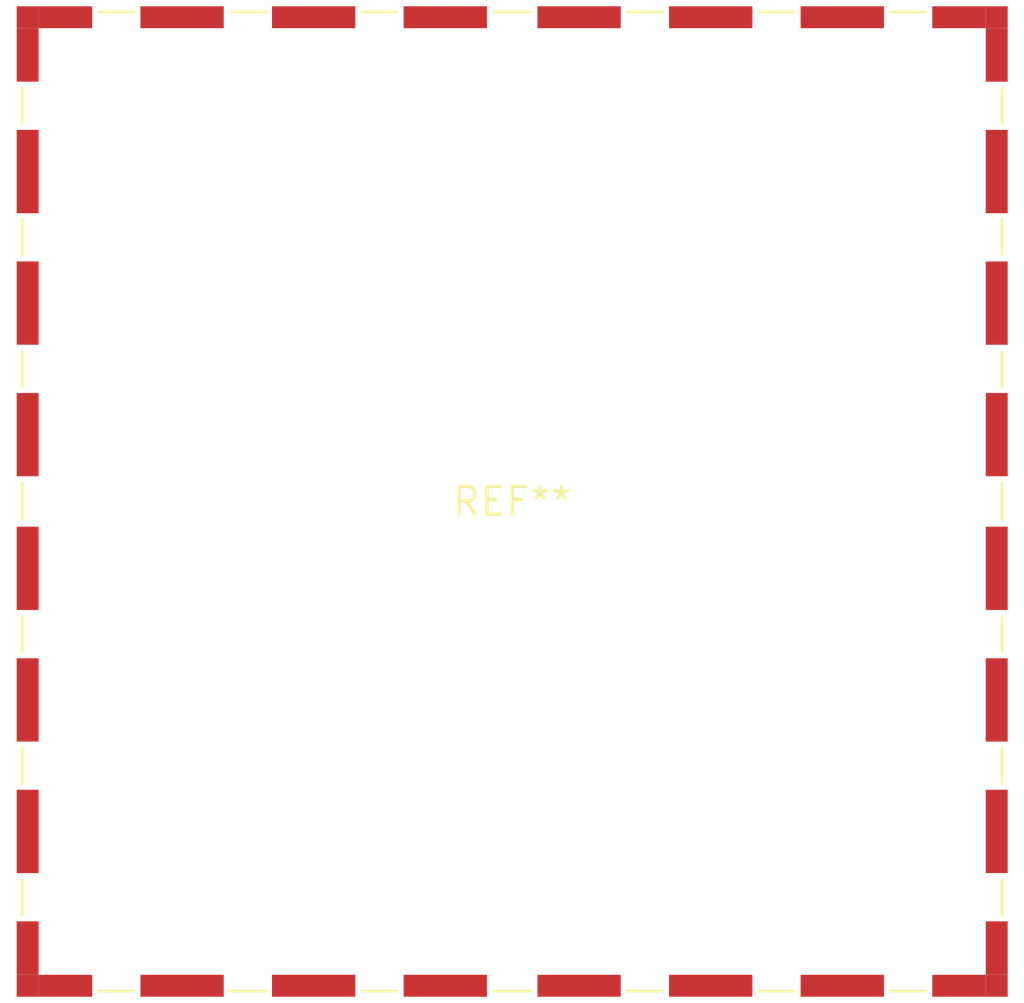
<source format=kicad_pcb>
(kicad_pcb (version 20240108) (generator pcbnew)
  (layers (0 "F.Cu" signal) (31 "B.Cu" signal) (34 "B.Paste" user) (35 "F.Paste" user) (36 "B.SilkS" user "B.Silkscreen") (37 "F.SilkS" user "F.Silkscreen") (38 "B.Mask" user) (39 "F.Mask" user) (44 "Edge.Cuts" user))
  (net 0 "")
  (footprint "Laird_Technologies_BMI-S-107_44.37x44.37mm" (layer "F.Cu") (at 0 0)
    (property "Reference" "REF**")
    (property "Value" "Laird_Technologies_BMI-S-107_44.37x44.37mm")
    (fp_line (start -22.335 -18.85) (end -22.335 -17.25) (layer "F.SilkS") (stroke (width 0.12)))
    (fp_line (start -22.335 -12.85) (end -22.335 -11.25) (layer "F.SilkS") (stroke (width 0.12)))
    (fp_line (start -22.335 -6.85) (end -22.335 -5.25) (layer "F.SilkS") (stroke (width 0.12)))
    (fp_line (start -22.335 -0.85) (end -22.335 0.85) (layer "F.SilkS") (stroke (width 0.12)))
    (fp_line (start -22.335 5.25) (end -22.335 6.85) (layer "F.SilkS") (stroke (width 0.12)))
    (fp_line (start -22.335 11.25) (end -22.335 12.85) (layer "F.SilkS") (stroke (width 0.12)))
    (fp_line (start -22.335 17.25) (end -22.335 18.85) (layer "F.SilkS") (stroke (width 0.12)))
    (fp_line (start -18.85 -22.335) (end -17.25 -22.335) (layer "F.SilkS") (stroke (width 0.12)))
    (fp_line (start -18.85 22.335) (end -17.25 22.335) (layer "F.SilkS") (stroke (width 0.12)))
    (fp_line (start -12.85 -22.335) (end -11.25 -22.335) (layer "F.SilkS") (stroke (width 0.12)))
    (fp_line (start -12.85 22.335) (end -11.25 22.335) (layer "F.SilkS") (stroke (width 0.12)))
    (fp_line (start -6.85 -22.335) (end -5.25 -22.335) (layer "F.SilkS") (stroke (width 0.12)))
    (fp_line (start -6.85 22.335) (end -5.25 22.335) (layer "F.SilkS") (stroke (width 0.12)))
    (fp_line (start -0.85 -22.335) (end 0.85 -22.335) (layer "F.SilkS") (stroke (width 0.12)))
    (fp_line (start -0.85 22.335) (end 0.85 22.335) (layer "F.SilkS") (stroke (width 0.12)))
    (fp_line (start 5.25 -22.335) (end 6.85 -22.335) (layer "F.SilkS") (stroke (width 0.12)))
    (fp_line (start 5.25 22.335) (end 6.85 22.335) (layer "F.SilkS") (stroke (width 0.12)))
    (fp_line (start 11.25 -22.335) (end 12.85 -22.335) (layer "F.SilkS") (stroke (width 0.12)))
    (fp_line (start 11.25 22.335) (end 12.85 22.335) (layer "F.SilkS") (stroke (width 0.12)))
    (fp_line (start 17.25 -22.335) (end 18.85 -22.335) (layer "F.SilkS") (stroke (width 0.12)))
    (fp_line (start 17.25 22.335) (end 18.85 22.335) (layer "F.SilkS") (stroke (width 0.12)))
    (fp_line (start 22.335 -18.85) (end 22.335 -17.25) (layer "F.SilkS") (stroke (width 0.12)))
    (fp_line (start 22.335 -12.85) (end 22.335 -11.25) (layer "F.SilkS") (stroke (width 0.12)))
    (fp_line (start 22.335 -6.85) (end 22.335 -5.25) (layer "F.SilkS") (stroke (width 0.12)))
    (fp_line (start 22.335 -0.85) (end 22.335 0.85) (layer "F.SilkS") (stroke (width 0.12)))
    (fp_line (start 22.335 5.25) (end 22.335 6.85) (layer "F.SilkS") (stroke (width 0.12)))
    (fp_line (start 22.335 11.25) (end 22.335 12.85) (layer "F.SilkS") (stroke (width 0.12)))
    (fp_line (start 22.335 17.25) (end 22.335 18.85) (layer "F.SilkS") (stroke (width 0.12)))
    (pad "1" smd rect (at -22.09 -22.09) (size 1 1) (layers "F.Cu" "F.Paste" "F.Mask"))
    (pad "1" smd rect (at -22.09 -20.37) (size 1 2.44) (layers "F.Cu" "F.Paste" "F.Mask"))
    (pad "1" smd rect (at -22.09 -15.05) (size 1 3.8) (layers "F.Cu" "F.Paste" "F.Mask"))
    (pad "1" smd rect (at -22.09 -9.05) (size 1 3.8) (layers "F.Cu" "F.Paste" "F.Mask"))
    (pad "1" smd rect (at -22.09 -3.05) (size 1 3.8) (layers "F.Cu" "F.Paste" "F.Mask"))
    (pad "1" smd rect (at -22.09 3.05) (size 1 3.8) (layers "F.Cu" "F.Paste" "F.Mask"))
    (pad "1" smd rect (at -22.09 9.05) (size 1 3.8) (layers "F.Cu" "F.Paste" "F.Mask"))
    (pad "1" smd rect (at -22.09 15.05) (size 1 3.8) (layers "F.Cu" "F.Paste" "F.Mask"))
    (pad "1" smd rect (at -22.09 20.37) (size 1 2.44) (layers "F.Cu" "F.Paste" "F.Mask"))
    (pad "1" smd rect (at -22.09 22.09) (size 1 1) (layers "F.Cu" "F.Paste" "F.Mask"))
    (pad "1" smd rect (at -20.37 -22.09) (size 2.44 1) (layers "F.Cu" "F.Paste" "F.Mask"))
    (pad "1" smd rect (at -20.37 22.09) (size 2.44 1) (layers "F.Cu" "F.Paste" "F.Mask"))
    (pad "1" smd rect (at -15.05 -22.09) (size 3.8 1) (layers "F.Cu" "F.Paste" "F.Mask"))
    (pad "1" smd rect (at -15.05 22.09) (size 3.8 1) (layers "F.Cu" "F.Paste" "F.Mask"))
    (pad "1" smd rect (at -9.05 -22.09) (size 3.8 1) (layers "F.Cu" "F.Paste" "F.Mask"))
    (pad "1" smd rect (at -9.05 22.09) (size 3.8 1) (layers "F.Cu" "F.Paste" "F.Mask"))
    (pad "1" smd rect (at -3.05 -22.09) (size 3.8 1) (layers "F.Cu" "F.Paste" "F.Mask"))
    (pad "1" smd rect (at -3.05 22.09) (size 3.8 1) (layers "F.Cu" "F.Paste" "F.Mask"))
    (pad "1" smd rect (at 3.05 -22.09) (size 3.8 1) (layers "F.Cu" "F.Paste" "F.Mask"))
    (pad "1" smd rect (at 3.05 22.09) (size 3.8 1) (layers "F.Cu" "F.Paste" "F.Mask"))
    (pad "1" smd rect (at 9.05 -22.09) (size 3.8 1) (layers "F.Cu" "F.Paste" "F.Mask"))
    (pad "1" smd rect (at 9.05 22.09) (size 3.8 1) (layers "F.Cu" "F.Paste" "F.Mask"))
    (pad "1" smd rect (at 15.05 -22.09) (size 3.8 1) (layers "F.Cu" "F.Paste" "F.Mask"))
    (pad "1" smd rect (at 15.05 22.09) (size 3.8 1) (layers "F.Cu" "F.Paste" "F.Mask"))
    (pad "1" smd rect (at 20.37 -22.09) (size 2.44 1) (layers "F.Cu" "F.Paste" "F.Mask"))
    (pad "1" smd rect (at 20.37 22.09) (size 2.44 1) (layers "F.Cu" "F.Paste" "F.Mask"))
    (pad "1" smd rect (at 22.09 -22.09) (size 1 1) (layers "F.Cu" "F.Paste" "F.Mask"))
    (pad "1" smd rect (at 22.09 -20.37) (size 1 2.44) (layers "F.Cu" "F.Paste" "F.Mask"))
    (pad "1" smd rect (at 22.09 -15.05) (size 1 3.8) (layers "F.Cu" "F.Paste" "F.Mask"))
    (pad "1" smd rect (at 22.09 -9.05) (size 1 3.8) (layers "F.Cu" "F.Paste" "F.Mask"))
    (pad "1" smd rect (at 22.09 -3.05) (size 1 3.8) (layers "F.Cu" "F.Paste" "F.Mask"))
    (pad "1" smd rect (at 22.09 3.05) (size 1 3.8) (layers "F.Cu" "F.Paste" "F.Mask"))
    (pad "1" smd rect (at 22.09 9.05) (size 1 3.8) (layers "F.Cu" "F.Paste" "F.Mask"))
    (pad "1" smd rect (at 22.09 15.05) (size 1 3.8) (layers "F.Cu" "F.Paste" "F.Mask"))
    (pad "1" smd rect (at 22.09 20.37) (size 1 2.44) (layers "F.Cu" "F.Paste" "F.Mask"))
    (pad "1" smd rect (at 22.09 22.09) (size 1 1) (layers "F.Cu" "F.Paste" "F.Mask"))
  )
)
</source>
